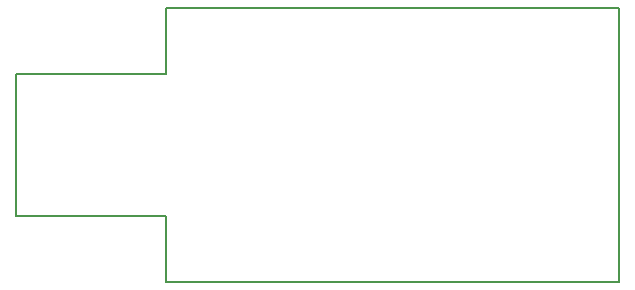
<source format=gko>
G04 EasyPC Gerber Version 20.0.2 Build 4112 *
G04 #@! TF.Part,Single*
%FSLAX24Y24*%
%MOIN*%
%ADD10C,0.00500*%
X0Y0D02*
D02*
D10*
X20125Y75D02*
Y9225D01*
X5025*
Y7025*
X25*
Y2275*
X5025*
Y75*
X20125*
X0Y0D02*
M02*

</source>
